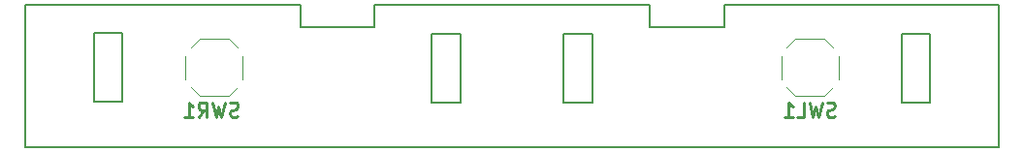
<source format=gbr>
G04 #@! TF.FileFunction,Legend,Bot*
%FSLAX46Y46*%
G04 Gerber Fmt 4.6, Leading zero omitted, Abs format (unit mm)*
G04 Created by KiCad (PCBNEW no-vcs-found-undefined) date Tue Nov  8 14:46:45 2016*
%MOMM*%
%LPD*%
G01*
G04 APERTURE LIST*
%ADD10C,0.600000*%
%ADD11C,0.150000*%
%ADD12C,0.100000*%
%ADD13C,0.254000*%
G04 APERTURE END LIST*
D10*
D11*
X124500000Y-75100000D02*
X124500000Y-81100000D01*
X122000000Y-81100000D02*
X122000000Y-75100000D01*
X124500000Y-81100000D02*
X122000000Y-81100000D01*
X122000000Y-75100000D02*
X124500000Y-75100000D01*
X151500000Y-81100000D02*
X151500000Y-75100000D01*
X154000000Y-75100000D02*
X154000000Y-81100000D01*
X151500000Y-75100000D02*
X154000000Y-75100000D01*
X154000000Y-81100000D02*
X151500000Y-81100000D01*
X110500000Y-81100000D02*
X110500000Y-75100000D01*
X110500000Y-75100000D02*
X113000000Y-75100000D01*
X113000000Y-75100000D02*
X113000000Y-81100000D01*
X113000000Y-81100000D02*
X110500000Y-81100000D01*
X83500000Y-81000000D02*
X81000000Y-81000000D01*
X83500000Y-75000000D02*
X83500000Y-81000000D01*
X81000000Y-75000000D02*
X83500000Y-75000000D01*
X81000000Y-81000000D02*
X81000000Y-75000000D01*
X136000000Y-72500000D02*
X160000000Y-72500000D01*
X136000000Y-74500000D02*
X136000000Y-72500000D01*
X129500000Y-74500000D02*
X136000000Y-74500000D01*
X129500000Y-72500000D02*
X129500000Y-74500000D01*
X105500000Y-72500000D02*
X129500000Y-72500000D01*
X105500000Y-74500000D02*
X105500000Y-72500000D01*
X99000000Y-74500000D02*
X105500000Y-74500000D01*
X99000000Y-72500000D02*
X99000000Y-74500000D01*
X75000000Y-72500000D02*
X99000000Y-72500000D01*
X160000000Y-72500000D02*
X160000000Y-85000000D01*
X75000000Y-85000000D02*
X75000000Y-72500000D01*
X75000000Y-85000000D02*
X160000000Y-85000000D01*
D12*
X92750000Y-80500000D02*
X93500000Y-79750000D01*
X94000000Y-78000000D02*
X94000000Y-77000000D01*
X92750000Y-75500000D02*
X93500000Y-76250000D01*
X90250000Y-75500000D02*
X92750000Y-75500000D01*
X90250000Y-75500000D02*
X89500000Y-76250000D01*
X89000000Y-79000000D02*
X89000000Y-77000000D01*
X90250000Y-80500000D02*
X89500000Y-79750000D01*
X92750000Y-80500000D02*
X90250000Y-80500000D01*
X94000000Y-78000000D02*
X94000000Y-79000000D01*
X144750000Y-80500000D02*
X145500000Y-79750000D01*
X146000000Y-78000000D02*
X146000000Y-77000000D01*
X144750000Y-75500000D02*
X145500000Y-76250000D01*
X142250000Y-75500000D02*
X144750000Y-75500000D01*
X142250000Y-75500000D02*
X141500000Y-76250000D01*
X141000000Y-79000000D02*
X141000000Y-77000000D01*
X142250000Y-80500000D02*
X141500000Y-79750000D01*
X144750000Y-80500000D02*
X142250000Y-80500000D01*
X146000000Y-78000000D02*
X146000000Y-79000000D01*
D11*
D13*
X93578333Y-82264047D02*
X93396904Y-82324523D01*
X93094523Y-82324523D01*
X92973571Y-82264047D01*
X92913095Y-82203571D01*
X92852619Y-82082619D01*
X92852619Y-81961666D01*
X92913095Y-81840714D01*
X92973571Y-81780238D01*
X93094523Y-81719761D01*
X93336428Y-81659285D01*
X93457380Y-81598809D01*
X93517857Y-81538333D01*
X93578333Y-81417380D01*
X93578333Y-81296428D01*
X93517857Y-81175476D01*
X93457380Y-81115000D01*
X93336428Y-81054523D01*
X93034047Y-81054523D01*
X92852619Y-81115000D01*
X92429285Y-81054523D02*
X92126904Y-82324523D01*
X91885000Y-81417380D01*
X91643095Y-82324523D01*
X91340714Y-81054523D01*
X90131190Y-82324523D02*
X90554523Y-81719761D01*
X90856904Y-82324523D02*
X90856904Y-81054523D01*
X90373095Y-81054523D01*
X90252142Y-81115000D01*
X90191666Y-81175476D01*
X90131190Y-81296428D01*
X90131190Y-81477857D01*
X90191666Y-81598809D01*
X90252142Y-81659285D01*
X90373095Y-81719761D01*
X90856904Y-81719761D01*
X88921666Y-82324523D02*
X89647380Y-82324523D01*
X89284523Y-82324523D02*
X89284523Y-81054523D01*
X89405476Y-81235952D01*
X89526428Y-81356904D01*
X89647380Y-81417380D01*
X145707380Y-82264047D02*
X145525952Y-82324523D01*
X145223571Y-82324523D01*
X145102619Y-82264047D01*
X145042142Y-82203571D01*
X144981666Y-82082619D01*
X144981666Y-81961666D01*
X145042142Y-81840714D01*
X145102619Y-81780238D01*
X145223571Y-81719761D01*
X145465476Y-81659285D01*
X145586428Y-81598809D01*
X145646904Y-81538333D01*
X145707380Y-81417380D01*
X145707380Y-81296428D01*
X145646904Y-81175476D01*
X145586428Y-81115000D01*
X145465476Y-81054523D01*
X145163095Y-81054523D01*
X144981666Y-81115000D01*
X144558333Y-81054523D02*
X144255952Y-82324523D01*
X144014047Y-81417380D01*
X143772142Y-82324523D01*
X143469761Y-81054523D01*
X142381190Y-82324523D02*
X142985952Y-82324523D01*
X142985952Y-81054523D01*
X141292619Y-82324523D02*
X142018333Y-82324523D01*
X141655476Y-82324523D02*
X141655476Y-81054523D01*
X141776428Y-81235952D01*
X141897380Y-81356904D01*
X142018333Y-81417380D01*
M02*

</source>
